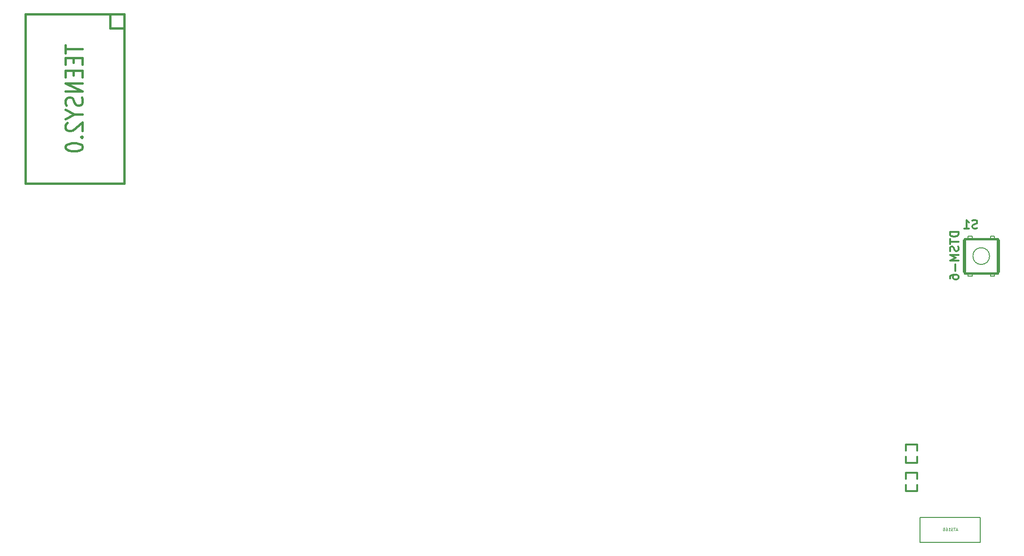
<source format=gbo>
G04 #@! TF.FileFunction,Legend,Bot*
%FSLAX46Y46*%
G04 Gerber Fmt 4.6, Leading zero omitted, Abs format (unit mm)*
G04 Created by KiCad (PCBNEW 4.0.2-stable) date 7/10/2016 3:50:19 PM*
%MOMM*%
G01*
G04 APERTURE LIST*
%ADD10C,0.150000*%
%ADD11C,0.381000*%
%ADD12C,0.300000*%
%ADD13C,0.200660*%
%ADD14C,0.457200*%
%ADD15C,0.109220*%
%ADD16C,0.304800*%
G04 APERTURE END LIST*
D10*
D11*
X57572000Y-30762000D02*
X75352000Y-30762000D01*
X75352000Y-30762000D02*
X75352000Y-61242000D01*
X75352000Y-61242000D02*
X57572000Y-61242000D01*
X57572000Y-61242000D02*
X57572000Y-30762000D01*
X72812000Y-30762000D02*
X72812000Y-33302000D01*
X72812000Y-33302000D02*
X75352000Y-33302000D01*
D12*
X217973000Y-109356000D02*
X217973000Y-108232000D01*
X217973000Y-108232000D02*
X215941000Y-108232000D01*
X215941000Y-108232000D02*
X215941000Y-109356000D01*
X217973000Y-110437000D02*
X217973000Y-111534000D01*
X217973000Y-111534000D02*
X215941000Y-111534000D01*
X215941000Y-111534000D02*
X215941000Y-110437000D01*
D10*
X229367000Y-121349000D02*
X229367000Y-125849000D01*
X218517000Y-121349000D02*
X218517000Y-125849000D01*
X218517000Y-125849000D02*
X229367000Y-125849000D01*
X218517000Y-121349000D02*
X229367000Y-121349000D01*
D13*
X231031140Y-74323000D02*
G75*
G03X231031140Y-74323000I-1501140J0D01*
G01*
X231879500Y-77421800D02*
X231879500Y-77922180D01*
X231879500Y-77922180D02*
X231181000Y-77922180D01*
X231181000Y-77922180D02*
X231181000Y-77421800D01*
X227180500Y-77922180D02*
X227180500Y-77421800D01*
X227879000Y-77922180D02*
X227180500Y-77922180D01*
X227879000Y-77421800D02*
X227879000Y-77922180D01*
X227879000Y-71224200D02*
X227879000Y-70723820D01*
X227879000Y-70723820D02*
X227180500Y-70723820D01*
X227180500Y-70723820D02*
X227180500Y-71224200D01*
X231879500Y-71224200D02*
X231879500Y-70723820D01*
X231879500Y-70723820D02*
X231181000Y-70723820D01*
X231181000Y-70723820D02*
X231181000Y-71224200D01*
D11*
X226431200Y-77122080D02*
X226431200Y-71523920D01*
X232628800Y-77122080D02*
X232628800Y-71523920D01*
X232529740Y-77421800D02*
X232529740Y-71224200D01*
X232529740Y-71224200D02*
X226530260Y-71224200D01*
X226530260Y-71224200D02*
X226530260Y-77421800D01*
X226530260Y-77421800D02*
X232529740Y-77421800D01*
D12*
X217973000Y-114436000D02*
X217973000Y-113312000D01*
X217973000Y-113312000D02*
X215941000Y-113312000D01*
X215941000Y-113312000D02*
X215941000Y-114436000D01*
X217973000Y-115517000D02*
X217973000Y-116614000D01*
X217973000Y-116614000D02*
X215941000Y-116614000D01*
X215941000Y-116614000D02*
X215941000Y-115517000D01*
D14*
X64792857Y-36325810D02*
X64792857Y-37777238D01*
X67840857Y-37051524D02*
X64792857Y-37051524D01*
X66244286Y-38623905D02*
X66244286Y-39470572D01*
X67840857Y-39833429D02*
X67840857Y-38623905D01*
X64792857Y-38623905D01*
X64792857Y-39833429D01*
X66244286Y-40922000D02*
X66244286Y-41768667D01*
X67840857Y-42131524D02*
X67840857Y-40922000D01*
X64792857Y-40922000D01*
X64792857Y-42131524D01*
X67840857Y-43220095D02*
X64792857Y-43220095D01*
X67840857Y-44671523D01*
X64792857Y-44671523D01*
X67695714Y-45760095D02*
X67840857Y-46122952D01*
X67840857Y-46727714D01*
X67695714Y-46969618D01*
X67550571Y-47090571D01*
X67260286Y-47211523D01*
X66970000Y-47211523D01*
X66679714Y-47090571D01*
X66534571Y-46969618D01*
X66389429Y-46727714D01*
X66244286Y-46243904D01*
X66099143Y-46001999D01*
X65954000Y-45881047D01*
X65663714Y-45760095D01*
X65373429Y-45760095D01*
X65083143Y-45881047D01*
X64938000Y-46001999D01*
X64792857Y-46243904D01*
X64792857Y-46848666D01*
X64938000Y-47211523D01*
X66389429Y-48783904D02*
X67840857Y-48783904D01*
X64792857Y-47937238D02*
X66389429Y-48783904D01*
X64792857Y-49630571D01*
X65083143Y-50356286D02*
X64938000Y-50477238D01*
X64792857Y-50719143D01*
X64792857Y-51323905D01*
X64938000Y-51565809D01*
X65083143Y-51686762D01*
X65373429Y-51807714D01*
X65663714Y-51807714D01*
X66099143Y-51686762D01*
X67840857Y-50235333D01*
X67840857Y-51807714D01*
X67550571Y-52896286D02*
X67695714Y-53017238D01*
X67840857Y-52896286D01*
X67695714Y-52775334D01*
X67550571Y-52896286D01*
X67840857Y-52896286D01*
X64792857Y-54589619D02*
X64792857Y-54831524D01*
X64938000Y-55073429D01*
X65083143Y-55194381D01*
X65373429Y-55315334D01*
X65954000Y-55436286D01*
X66679714Y-55436286D01*
X67260286Y-55315334D01*
X67550571Y-55194381D01*
X67695714Y-55073429D01*
X67840857Y-54831524D01*
X67840857Y-54589619D01*
X67695714Y-54347715D01*
X67550571Y-54226762D01*
X67260286Y-54105810D01*
X66679714Y-53984858D01*
X65954000Y-53984858D01*
X65373429Y-54105810D01*
X65083143Y-54226762D01*
X64938000Y-54347715D01*
X64792857Y-54589619D01*
D15*
X225216777Y-123618897D02*
X224978500Y-123618897D01*
X225264432Y-123761862D02*
X225097638Y-123261482D01*
X224930845Y-123761862D01*
X224835535Y-123261482D02*
X224549603Y-123261482D01*
X224692569Y-123761862D02*
X224692569Y-123261482D01*
X224406638Y-123738035D02*
X224335155Y-123761862D01*
X224216017Y-123761862D01*
X224168361Y-123738035D01*
X224144534Y-123714207D01*
X224120706Y-123666552D01*
X224120706Y-123618897D01*
X224144534Y-123571241D01*
X224168361Y-123547414D01*
X224216017Y-123523586D01*
X224311327Y-123499759D01*
X224358982Y-123475931D01*
X224382810Y-123452103D01*
X224406638Y-123404448D01*
X224406638Y-123356793D01*
X224382810Y-123309138D01*
X224358982Y-123285310D01*
X224311327Y-123261482D01*
X224192189Y-123261482D01*
X224120706Y-123285310D01*
X223644154Y-123761862D02*
X223930086Y-123761862D01*
X223787120Y-123761862D02*
X223787120Y-123261482D01*
X223834775Y-123332965D01*
X223882430Y-123380620D01*
X223930086Y-123404448D01*
X223215257Y-123261482D02*
X223310568Y-123261482D01*
X223358223Y-123285310D01*
X223382051Y-123309138D01*
X223429706Y-123380620D01*
X223453534Y-123475931D01*
X223453534Y-123666552D01*
X223429706Y-123714207D01*
X223405878Y-123738035D01*
X223358223Y-123761862D01*
X223262913Y-123761862D01*
X223215257Y-123738035D01*
X223191430Y-123714207D01*
X223167602Y-123666552D01*
X223167602Y-123547414D01*
X223191430Y-123499759D01*
X223215257Y-123475931D01*
X223262913Y-123452103D01*
X223358223Y-123452103D01*
X223405878Y-123475931D01*
X223429706Y-123499759D01*
X223453534Y-123547414D01*
X222786361Y-123499759D02*
X222714878Y-123523586D01*
X222691050Y-123547414D01*
X222667222Y-123595069D01*
X222667222Y-123666552D01*
X222691050Y-123714207D01*
X222714878Y-123738035D01*
X222762533Y-123761862D01*
X222953154Y-123761862D01*
X222953154Y-123261482D01*
X222786361Y-123261482D01*
X222738705Y-123285310D01*
X222714878Y-123309138D01*
X222691050Y-123356793D01*
X222691050Y-123404448D01*
X222714878Y-123452103D01*
X222738705Y-123475931D01*
X222786361Y-123499759D01*
X222953154Y-123499759D01*
D16*
X228796343Y-69280757D02*
X228578629Y-69353329D01*
X228215772Y-69353329D01*
X228070629Y-69280757D01*
X227998058Y-69208186D01*
X227925486Y-69063043D01*
X227925486Y-68917900D01*
X227998058Y-68772757D01*
X228070629Y-68700186D01*
X228215772Y-68627614D01*
X228506058Y-68555043D01*
X228651200Y-68482471D01*
X228723772Y-68409900D01*
X228796343Y-68264757D01*
X228796343Y-68119614D01*
X228723772Y-67974471D01*
X228651200Y-67901900D01*
X228506058Y-67829329D01*
X228143200Y-67829329D01*
X227925486Y-67901900D01*
X226474057Y-69353329D02*
X227344914Y-69353329D01*
X226909486Y-69353329D02*
X226909486Y-67829329D01*
X227054629Y-68047043D01*
X227199771Y-68192186D01*
X227344914Y-68264757D01*
X225418829Y-69978471D02*
X223894829Y-69978471D01*
X223894829Y-70341328D01*
X223967400Y-70559043D01*
X224112543Y-70704185D01*
X224257686Y-70776757D01*
X224547971Y-70849328D01*
X224765686Y-70849328D01*
X225055971Y-70776757D01*
X225201114Y-70704185D01*
X225346257Y-70559043D01*
X225418829Y-70341328D01*
X225418829Y-69978471D01*
X223894829Y-71284757D02*
X223894829Y-72155614D01*
X225418829Y-71720185D02*
X223894829Y-71720185D01*
X225346257Y-72591043D02*
X225418829Y-72808757D01*
X225418829Y-73171614D01*
X225346257Y-73316757D01*
X225273686Y-73389328D01*
X225128543Y-73461900D01*
X224983400Y-73461900D01*
X224838257Y-73389328D01*
X224765686Y-73316757D01*
X224693114Y-73171614D01*
X224620543Y-72881328D01*
X224547971Y-72736186D01*
X224475400Y-72663614D01*
X224330257Y-72591043D01*
X224185114Y-72591043D01*
X224039971Y-72663614D01*
X223967400Y-72736186D01*
X223894829Y-72881328D01*
X223894829Y-73244186D01*
X223967400Y-73461900D01*
X225418829Y-74115043D02*
X223894829Y-74115043D01*
X224983400Y-74623043D01*
X223894829Y-75131043D01*
X225418829Y-75131043D01*
X224838257Y-75856757D02*
X224838257Y-77017900D01*
X223894829Y-78396757D02*
X223894829Y-78106471D01*
X223967400Y-77961328D01*
X224039971Y-77888757D01*
X224257686Y-77743614D01*
X224547971Y-77671043D01*
X225128543Y-77671043D01*
X225273686Y-77743614D01*
X225346257Y-77816186D01*
X225418829Y-77961328D01*
X225418829Y-78251614D01*
X225346257Y-78396757D01*
X225273686Y-78469328D01*
X225128543Y-78541900D01*
X224765686Y-78541900D01*
X224620543Y-78469328D01*
X224547971Y-78396757D01*
X224475400Y-78251614D01*
X224475400Y-77961328D01*
X224547971Y-77816186D01*
X224620543Y-77743614D01*
X224765686Y-77671043D01*
M02*

</source>
